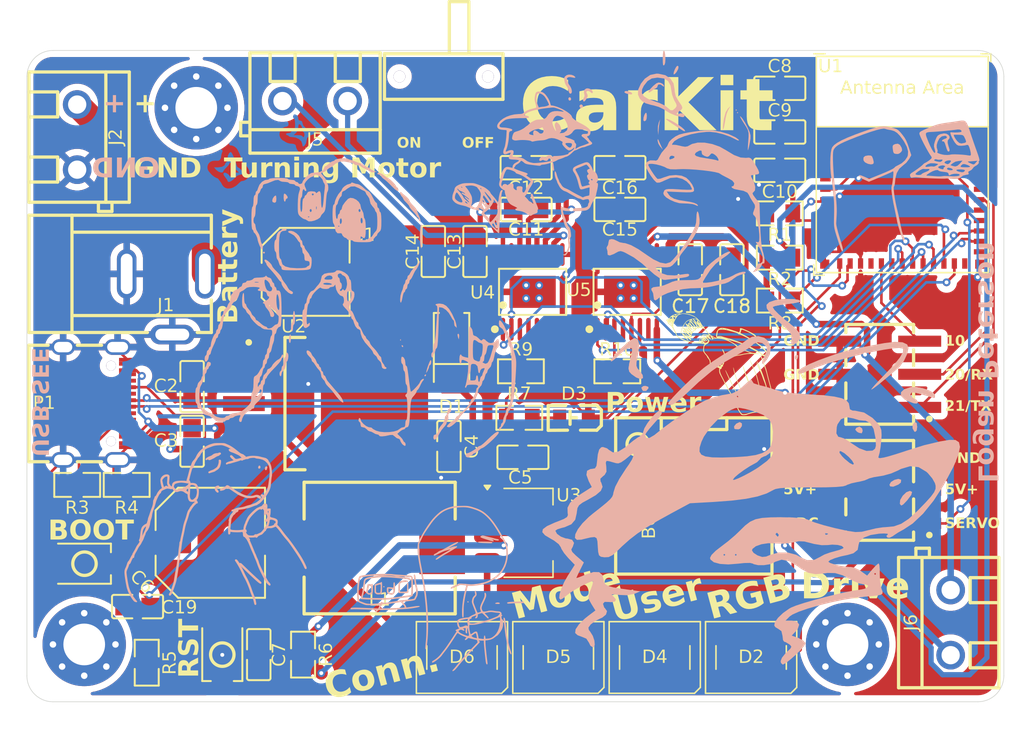
<source format=kicad_pcb>
(kicad_pcb (version 20241229) (generator "pcbnew") (generator_version "9.0")
  (layers (0 "F.Cu" signal) (2 "B.Cu" signal) (13 "F.Paste" user) (15 "B.Paste" user) (5 "F.SilkS" user "F.Silkscreen") (7 "B.SilkS" user "B.Silkscreen") (1 "F.Mask" user) (3 "B.Mask" user) (25 "Edge.Cuts" user))
  (net 0 "")
  (net 1 "GND")
  (net 2 "VCC_5V")
  (net 3 "LED_DATA")
  (net 4 "BUZZER_DATA")
  (net 5 "+BATT")
  (net 6 "ESP_3V3")
  (net 7 "GPIO 9")
  (net 8 "CHIP_PU")
  (net 9 "Net-(U4-CPH)")
  (net 10 "Net-(U4-CPL)")
  (net 11 "Net-(U4-VCP)")
  (net 12 "Net-(U5-CPH)")
  (net 13 "Net-(U5-CPL)")
  (net 14 "Net-(U5-VCP)")
  (net 15 "Net-(D1-K)")
  (net 16 "Net-(D3-A)")
  (net 17 "BLDC_PWM")
  (net 18 "SERVO_PWM")
  (net 19 "M1-")
  (net 20 "M1+")
  (net 21 "M2-")
  (net 22 "M2+")
  (net 23 "Net-(P1-VCONN)")
  (net 24 "D-")
  (net 25 "Net-(P1-CC)")
  (net 26 "D+")
  (net 27 "GPIO 8")
  (net 28 "Net-(U4-nSLEEP)")
  (net 29 "Net-(U5-nSLEEP)")
  (net 45 "M1_IN1")
  (net 47 "M1_IN2")
  (net 48 "M2_IN1")
  (net 51 "M2_IN2")
  (net 54 "GPIO 21")
  (net 55 "GPIO 10")
  (net 56 "GPIO 20")
  (net 57 "Net-(D2-DOUT)")
  (net 58 "Net-(D4-DOUT)")
  (net 59 "Net-(D5-DOUT)")
  (net 61 "REG_BATT+")
  (footprint "imported_components:C0805" (layer "F.Cu") (at 22.892894 56.892894 180)
    (property "Reference" "C6")
    (property "Value" "0.1uF")
  )
  (footprint "imported_components:IND-SMD_L11.6-W10.1" (layer "F.Cu") (at 41.48 52.4 180)
    (property "Reference" "L1")
    (property "Value" "CYA1040-33UH")
  )
  (footprint "imported_components:TO-263-5_L10.2-W8.9-P1.70-TL" (layer "F.Cu") (at 36.07 41.31)
    (property "Reference" "U2")
    (property "Value" "LM2596SX-5.0/NOPB" (hide yes))
  )
  (footprint "Package_TO_SOT_SMD:SOT-223-3_TabPin2" (layer "F.Cu") (at 52.88 51.23)
    (property "Reference" "U3")
    (property "Value" "AMS1117-3.3")
  )
  (footprint "imported_components:C0805" (layer "F.Cu") (at 46.8 44.6 -90)
    (property "Reference" "C4")
    (property "Value" "10uF")
  )
  (footprint "imported_components:SMA_L4.4-W2.8-LS5.4-R-RD" (layer "F.Cu") (at 47 37 90)
    (property "Reference" "D1")
    (property "Value" "SS54_C22452" (hide yes))
  )
  (footprint "imported_components:C0805" (layer "F.Cu") (at 27.08 40 90)
    (property "Reference" "C2")
    (property "Value" "10uF")
  )
  (footprint "LED_SMD:LED_SK6812_PLCC4_5.0x5.0mm_P3.2mm" (layer "F.Cu") (at 55.2 60.8 180)
    (property "Reference" "D5")
    (property "Value" "SK6812" (hide yes))
  )
  (footprint "imported_components:SW-SMD_L3.9-W3.0-P4.45" (layer "F.Cu") (at 29.4 60.58 90)
    (property "Reference" "SW2" (hide yes))
    (property "Value" "SW_Push" (hide yes))
  )
  (footprint "imported_components:C0805" (layer "F.Cu") (at 32.2 60.58 90)
    (property "Reference" "C7")
    (property "Value" "0.1uF")
  )
  (footprint "imported_components:BUZ-SMD_L12.0-W12.0_FUET-1230" (layer "F.Cu") (at 65.6 48.4 90)
    (property "Reference" "BUZZER1")
    (property "Value" "FST-1230")
  )
  (footprint "MountingHole:MountingHole_3.2mm_M3_Pad_Via" (layer "F.Cu") (at 77.4 59.8)
    (property "Reference" "H3" (hide yes))
    (property "Value" "MountingHole" (hide yes))
  )
  (footprint "imported_components:R0805" (layer "F.Cu") (at 18.26 47.55 180)
    (property "Reference" "R3")
    (property "Value" "5.1k")
  )
  (footprint "imported_components:C0805" (layer "F.Cu") (at 52.725 26.4 180)
    (property "Reference" "C11")
    (property "Value" "0.022uF")
  )
  (footprint "imported_components:C0805" (layer "F.Cu") (at 59.925 26.4 180)
    (property "Reference" "C15")
    (property "Value" "0.022uF")
  )
  (footprint "MountingHole:MountingHole_3.2mm_M3_Pad_Via" (layer "F.Cu") (at 18.8 59.8)
    (property "Reference" "H1" (hide yes))
    (property "Value" "MountingHole" (hide yes))
  )
  (footprint "imported_components:C0805" (layer "F.Cu") (at 72.2 20.455)
    (property "Reference" "C9")
    (property "Value" "0.1uF")
  )
  (footprint "imported_components:SW-SMD_L3.9-W3.0-P4.45" (layer "F.Cu") (at 18.82 53.6 180)
    (property "Reference" "SW1" (hide yes))
    (property "Value" "SW_Push" (hide yes))
  )
  (footprint "imported_components:C0805" (layer "F.Cu") (at 27.08 44.2 90)
    (property "Reference" "C3")
    (property "Value" "10uF")
  )
  (footprint "MountingHole:MountingHole_3.2mm_M3_Pad_Via" (layer "F.Cu") (at 27.4 18.6)
    (property "Reference" "H2" (hide yes))
    (property "Value" "MountingHole" (hide yes))
  )
  (footprint "imported_components:C0805" (layer "F.Cu") (at 59.925 23.2)
    (property "Reference" "C16")
    (property "Value" "0.1uF")
  )
  (footprint "imported_components:C0805" (layer "F.Cu") (at 72.2 17.105)
    (property "Reference" "C8")
    (property "Value" "10uF")
  )
  (footprint "imported_components:CAP-SMD_BD8.0-L8.3-W8.3-LS9.3-FD-1" (layer "F.Cu") (at 28.5 52)
    (property "Reference" "C19")
    (property "Value" "RVT1E331M0810" (hide yes))
  )
  (footprint "imported_components:R0805" (layer "F.Cu") (at 23.6 61.2 90)
    (property "Reference" "R5")
    (property "Value" "10k")
  )
  (footprint "LED_SMD:LED_SK6812_PLCC4_5.0x5.0mm_P3.2mm" (layer "F.Cu") (at 62.6 60.8 180)
    (property "Reference" "D4")
    (property "Value" "SK6812" (hide yes))
  )
  (footprint "imported_components:CONN-TH_P5.00_KF301-5.0-2P" (layer "F.Cu") (at 85.3175 58.1225 90)
    (property "Reference" "J6")
    (property "Value" "Conn_01x02_Pin")
  )
  (footprint "imported_components:HTSSOP-16_L5.0-W4.4-P0.65-LS6.4-BL-EP" (layer "F.Cu") (at 60.48 32.73)
    (property "Reference" "U5")
    (property "Value" "DRV8876PWPR" (hide yes))
  )
  (footprint "imported_components:C0805" (layer "F.Cu") (at 52.725 23.2 180)
    (property "Reference" "C12")
    (property "Value" "0.1uF")
  )
  (footprint "imported_components:C0805" (layer "F.Cu") (at 72.2 23.4 180)
    (property "Reference" "C10")
    (property "Value" "1uF")
  )
  (footprint "imported_components:R0805" (layer "F.Cu") (at 52.325 38.83)
    (property "Reference" "R9")
    (property "Value" "10k")
  )
  (footprint "imported_components:C0805" (layer "F.Cu") (at 52.48 45.43 180)
    (property "Reference" "C5")
    (property "Value" "10uF")
  )
  (footprint "imported_components:R0805" (layer "F.Cu") (at 22.06 47.55 180)
    (property "Reference" "R4")
    (property "Value" "5.1k")
  )
  (footprint "imported_components:C0805" (layer "F.Cu") (at 45.6 29.63 90)
    (property "Reference" "C14")
    (property "Value" "10uF")
  )
  (footprint "LED_SMD:LED_SK6812_PLCC4_5.0x5.0mm_P3.2mm" (layer "F.Cu") (at 70 60.8 180)
    (property "Reference" "D2")
    (property "Value" "SK6812" (hide yes))
  )
  (footprint "imported_components:C0805" (layer "F.Cu") (at 65.325 31.03 -90)
    (property "Reference" "C17")
    (property "Value" "0.1uF")
  )
  (footprint "imported_components:R0805" (layer "F.Cu") (at 35.6 60.58 -90)
    (property "Reference" "R6")
    (property "Value" "10k")
  )
  (footprint "imported_components:CONN-TH_P5.00_KF301-5.0-2P" (layer "F.Cu") (at 18.26 20.85 -90)
    (property "Reference" "J2")
    (property "Value" "Conn_01x02")
  )
  (footprint "imported_components:R0805" (layer "F.Cu") (at 72.2 30.105)
    (property "Reference" "R2")
    (property "Value" "10k")
  )
  (footprint "imported_components:HDR-SMD_6P-P2.54-V" (layer "F.Cu") (at 79.97 46.6 90)
    (property "Reference" "J3" (hide yes))
    (property "Value" "Conn_02x03_Odd_Even" (hide yes))
  )
  (footprint "imported_components:C0805" (layer "F.Cu") (at 68.525 31.03 -90)
    (property "Reference" "C18")
    (property "Value" "10uF")
  )
  (footprint "imported_components:R0805" (layer "F.Cu") (at 59.725 38.83)
    (property "Reference" "R10")
    (property "Value" "10k")
  )
  (footprint "imported_components:DC-IN-TH_DC-005-A200" (layer "F.Cu") (at 25.06 33.68)
    (property "Reference" "J1")
    (property "Value" "Barrel_Jack")
  )
  (footprint "imported_components:LED0805-RD" (layer "F.Cu") (at 56.4 42.4 180)
    (property "Reference" "D3")
    (property "Value" "LED" (hide yes))
  )
  (footprint "LOGO" (layer "F.Cu") (at 67.8 38.6 180)
    (property "Reference" "G***" (hide yes))
    (property "Value" "LOGO" (hide yes))
  )
  (footprint "imported_components:USB-C_SMD-TYPE-C-31-M-12" (layer "F.Cu") (at 19.6525 41.3 -90)
    (property "Reference" "P1")
    (property "Value" "USB_C_Plug")
  )
  (footprint "imported_components:C0805" (layer "F.Cu") (at 48.8 29.63 90)
    (property "Reference" "C13")
    (property "Value" "0.1uF")
  )
  (footprint "imported_components:R0805" (layer "F.Cu") (at 52.2 42.4)
    (property "Reference" "R7")
    (property "Value" "200")
  )
  (footprint "LED_SMD:LED_SK6812_PLCC4_5.0x5.0mm_P3.2mm" (layer "F.Cu") (at 47.8 60.8 180)
    (property "Reference" "D6")
    (property "Value" "SK6812" (hide yes))
  )
  (footprint "imported_components:HDR-SMD_6P-P2.54-V" (layer "F.Cu") (at 79.97 37.69 90)
    (property "Reference" "J4" (hide yes))
    (property "Value" "Conn_02x03_Odd_Even" (hide yes))
  )
  (footprint "imported_components:R0805" (layer "F.Cu") (at 72.2 33.4)
    (property "Reference" "R8")
    (property "Value" "10k")
  )
  (footprint "PCM_Espressif:ESP32-C3-MINI-1" (layer "F.Cu") (at 81.6 22.955)
    (property "Reference" "U1")
    (property "Value" "ESP32-C3-MINI-1" (hide yes))
  )
  (footprint "imported_components:R0805" (layer "F.Cu") (at 72.2 26.705)
    (property "Reference" "R1")
    (property "Value" "10k")
  )
  (footprint "imported_components:SW-SMD_MST-12D18G4-SPDT-SLIDE-SWITCH" (layer "F.Cu") (at 46.4 19.4 180)
    (property "Reference" "SW3" (hide yes))
    (property "Value" "SW_SPDT")
  )
  (footprint "imported_components:HTSSOP-16_L5.0-W4.4-P0.65-LS6.4-BL-EP" (layer "F.Cu") (at 53.225 32.73)
    (property "Reference" "U4")
    (property "Value" "DRV8876PWPR" (hide yes))
  )
  (footprint "imported_components:CAP-SMD_BD6.3-L6.6-W6.6-LS7.6-FD" (layer "F.Cu") (at 35.8 31.2)
    (property "Reference" "C1")
    (property "Value" "RVT1H470M0607" (hide yes))
  )
  (footprint "imported_components:CONN-TH_P5.00_KF301-5.0-2P" (layer "F.Cu") (at 36.5225 18.0825 180)
    (property "Reference" "J5")
    (property "Value" "Conn_01x02_Pin")
  )
  (footprint "LOGO" (layer "B.Cu") (at 45.9 55 180)
    (property "Reference" "G***" (hide yes))
    (property "Value" "LOGO" (hide yes))
  )
  (footprint "LOGO" (layer "B.Cu") (at 79.158665 26.747306 -160)
    (property "Reference" "G***" (hide yes))
    (property "Value" "LOGO" (hide yes))
  )
  (footprint "LOGO" (layer "B.Cu") (at 52.725 23.2 -90)
    (property "Reference" "G***" (hide yes))
    (property "Value" "LOGO" (hide yes))
  )
  (footprint "LOGO" (layer "B.Cu") (at 39.16 31.94 180)
    (property "Reference" "G***" (hide yes))
    (property "Value" "LOGO" (hide yes))
  )
  (footprint "LOGO" (layer "B.Cu") (at 69.487441 46.947026 180)
    (property "Reference" "G***" (hide yes))
    (property "Value" "LOGO" (hide yes))
  )
  (footprint "LOGO" (layer "B.Cu") (at 65.2 23.8 180)
    (property "Reference" "G***" (hide yes))
    (property "Value" "LOGO" (hide yes))
  )
  (footprint "LOGO" (layer "B.Cu") (at 28.8 50.6 180)
    (property "Reference" "G***" (hide yes))
    (property "Value" "LOGO" (hide yes))
  )
  (gr_arc (start 89.4 62.2) (mid 88.814214 63.614214) (end 87.4 64.2) (stroke (width 0.05)) (layer "Edge.Cuts"))
  (gr_line (start 89.4 16.2) (end 89.4 62.2) (stroke (width 0.05)) (layer "Edge.Cuts"))
  (gr_line (start 14.4 62.2) (end 14.4 16.2) (stroke (width 0.05)) (layer "Edge.Cuts"))
  (gr_arc (start 14.4 16.2) (mid 14.985786 14.785786) (end 16.4 14.2) (stroke (width 0.05)) (layer "Edge.Cuts"))
  (gr_line (start 16.4 14.2) (end 87.4 14.2) (stroke (width 0.05)) (layer "Edge.Cuts"))
  (gr_arc (start 87.4 14.2) (mid 88.814214 14.785786) (end 89.4 16.2) (stroke (width 0.05)) (layer "Edge.Cuts"))
  (gr_arc (start 16.4 64.2) (mid 14.985786 63.614214) (end 14.4 62.2) (stroke (width 0.05)) (layer "Edge.Cuts"))
  (gr_line (start 87.4 64.2) (end 16.4 64.2) (stroke (width 0.05)) (layer "Edge.Cuts"))
  (gr_text "GND" (at 84.87 46 0) (layer "F.SilkS") (effects (font (size 0.8 0.8) (thickness 0.1875) (bold yes)) (justify left bottom)))
  (gr_text "OFF" (at 47.8 21.8 0) (layer "F.SilkS") (effects (font (size 0.8 0.8) (thickness 0.2) (bold yes)) (justify left bottom)))
  (gr_text "Mode" (at 52 58.2 15) (layer "F.SilkS") (effects (font (size 2 2) (thickness 0.3) (bold yes)) (justify left bottom)))
  (gr_text "5V+" (at 84.87 48.4 0) (layer "F.SilkS") (effects (font (size 0.8 0.8) (thickness 0.1875) (bold yes)) (justify left bottom)))
  (gr_text "Turning Motor" (at 29.5225 24.2 0) (layer "F.SilkS") (effects (font (size 1.5 1.5) (thickness 0.3) (bold yes)) (justify left bottom)))
  (gr_text "20/RX" (at 84.87 39.6 0) (layer "F.SilkS") (effects (font (size 0.8 0.8) (thickness 0.1875) (bold yes)) (justify left bottom)))
  (gr_text "RST" (at 27.8 62.38 90) (layer "F.SilkS") (effects (font (size 1.5 1.5) (thickness 0.3) (bold yes)) (justify left bottom)))
  (gr_text "GND" (at 72.47 42.2 0) (layer "F.SilkS") (effects (font (size 0.8 0.8) (thickness 0.1875) (bold yes)) (justify left bottom)))
  (gr_text "GND" (at 72.47 37 0) (layer "F.SilkS") (effects (font (size 0.8 0.8) (thickness 0.1875) (bold yes)) (justify left bottom)))
  (gr_text "SERVO" (at 84.87 51 0) (layer "F.SilkS") (effects (font (size 0.8 0.8) (thickness 0.1875) (bold yes)) (justify left bottom)))
  (gr_text "21/TX" (at 84.87 42 0) (layer "F.SilkS") (effects (font (size 0.8 0.8) (thickness 0.1875) (bold yes)) (justify left bottom)))
  (gr_text "User" (at 59.6 58.4 15) (layer "F.SilkS") (effects (font (size 2 2) (thickness 0.3) (bold yes)) (justify left bottom)))
  (gr_text "GND" (at 72.47 39.6 0) (layer "F.SilkS") (effects (font (size 0.8 0.8) (thickness 0.1875) (bold yes)) (justify left bottom)))
  (gr_text "Battery" (at 30.8 35.2 90) (layer "F.SilkS") (effects (font (size 1.5 1.5) (thickness 0.3) (bold yes)) (justify left bottom)))
  (gr_text "CarKit" (at 52.2 21 0) (layer "F.SilkS") (effects (font (size 4 4) (thickness 0.3) (bold yes)) (justify left bottom)))
  (gr_text "Conn." (at 37.6 64.4 15) (layer "F.SilkS") (effects (font (size 2 2) (thickness 0.3) (bold yes)) (justify left bottom)))
  (gr_text "BOOT" (at 16.02 52 0) (layer "F.SilkS") (effects (font (size 1.5 1.5) (thickness 0.3) (bold yes)) (justify left bottom)))
  (gr_text "GND" (at 72.47 46 0) (layer "F.SilkS") (effects (font (size 0.8 0.8) (thickness 0.1875) (bold yes)) (justify left bottom)))
  (gr_text "+" (at 22.6 19.2 0) (layer "F.SilkS") (effects (font (size 1.5 1.5) (thickness 0.3) (bold yes)) (justify left bottom)))
  (gr_text "GND" (at 22.6 24.2 0) (layer "F.SilkS") (effects (font (size 1.5 1.5) (thickness 0.3) (bold yes)) (justify left bottom)))
  (gr_text "RGB" (at 67 58.2 15) (layer "F.SilkS") (effects (font (size 2 2) (thickness 0.3) (bold yes)) (justify left bottom)))
  (gr_text "Power" (at 58.8 42.2 0) (layer "F.SilkS") (effects (font (size 1.5 1.5) (thickness 0.3) (bold yes)) (justify left bottom)))
  (gr_text "Drive" (at 73.8 56.6 0) (layer "F.SilkS") (effects (font (size 2 2) (thickness 0.3) (bold yes)) (justify left bottom)))
  (gr_text "5V+" (at 72.47 48.4 0) (layer "F.SilkS") (effects (font (size 0.8 0.8) (thickness 0.1875) (bold yes)) (justify left bottom)))
  (gr_text "10" (at 84.87 37 0) (layer "F.SilkS") (effects (font (size 0.8 0.8) (thickness 0.1875) (bold yes)) (justify left bottom)))
  (gr_text "BLDC" (at 71.87 51 0) (layer "F.SilkS") (effects (font (size 0.8 0.8) (thickness 0.1875) (bold yes)) (justify left bottom)))
  (gr_text "ON" (at 42.8 21.8 0) (layer "F.SilkS") (effects (font (size 0.8 0.8) (thickness 0.2) (bold yes)) (justify left bottom)))
  (gr_text "Logan Peterson" (at 87.2 47.4 270) (layer "B.SilkS") (effects (font (size 1.5 1.5) (thickness 0.3) (bold yes)) (justify left bottom mirror)))
  (gr_text "+" (at 22 19.2 -0) (layer "B.SilkS") (effects (font (size 1.5 1.5) (thickness 0.3) (bold yes)) (justify left bottom mirror)))
  (gr_text "USB-SEE" (at 14.6 45.4 270) (layer "B.SilkS") (effects (font (size 1.25 1.25) (thickness 0.3) (bold yes)) (justify left bottom mirror)))
  (gr_text "GND" (at 24.6 24.2 -0) (layer "B.SilkS") (effects (font (size 1.5 1.5) (thickness 0.3) (bold yes)) (justify left bottom mirror)))
  (segment (start 79.625 23.68) (end 83.575 23.68) (width 0.2) (layer "F.Cu") (net 1))
  (segment (start 16 48) (end 16.8 48.8) (width 0.2) (layer "F.Cu") (net 1))
  (segment (start 21.06 47.55) (end 21.06 45.9325) (width 0.2) (layer "F.Cu") (net 1))
  (segment (start 70.6 24) (end 71.2 23.4) (width 0.5) (layer "F.Cu") (net 1))
  (segment (start 21.3625 36.97) (end 21.3625 37.19) (width 0.2) (layer "F.Cu") (net 1))
  (segment (start 49.73 47.18) (end 51.48 45.43) (width 0.2) (layer "F.Cu") (net 1))
  (segment (start 36 39.8) (end 39.25 39.8) (width 0.5) (layer "F.Cu") (net 1))
  (segment (start 79.625 27.63) (end 83.575 27.63) (width 0.2) (layer "F.Cu") (net 1))
  (segment (start 62.76 29.86) (end 68.355 29.86) (width 0.4) (layer "F.Cu") (net 1))
  (segment (start 21.3625 45.63) (end 21.3625 45.41) (width 0.2) (layer "F.Cu") (net 1))
  (segment (start 30.75 41) (end 31.06 41.31) (width 0.2) (layer "F.Cu") (net 1))
  (segment (start 59.006 42.4) (end 61.8 39.606) (width 0.2) (layer "F.Cu") (net 1))
  (segment (start 78.1 29.655) (end 75.7 29.655) (width 0.2) (layer "F.Cu") (net 1))
  (segment (start 75.65 22.405) (end 75.7 22.455) (width 0.2) (layer "F.Cu") (net 1))
  (segment (start 76.8 25.4) (end 78.201 23.999) (width 0.2) (layer "F.Cu") (net 1))
  (segment (start 78.4 30.555) (end 78.4 29.955) (width 0.2) (layer "F.Cu") (net 1))
  (segment (start 55.505 29.86) (end 58.85 29.86) (width 0.4) (layer "F.Cu") (net 1))
  (segment (start 21.3625 37.19) (end 22.1225 37.95) (width 0.2) (layer "F.Cu") (net 1))
  (segment (start 39.25 39.8) (end 41.08 41.63) (width 0.5) (layer "F.Cu") (net 1))
  (segment (start 22.1225 44.35) (end 22.85 44.35) (width 0.2) (layer "F.Cu") (net 1))
  (segment (start 16 46.8125) (end 16 48) (width 0.2) (layer "F.Cu") (net 1))
  (segment (start 16.8 48.8) (end 18.01 48.8) (width 0.2) (layer "F.Cu") (net 1))
  (segment (start 75.65 30.605) (end 75.65 29.705) (width 0.2) (layer "F.Cu") (net 1))
  (segment (start 50.175 30.63) (end 45.6 30.63) (width 0.4) (layer "F.Cu") (net 1))
  (segment (start 49.73 48.93) (end 49.73 47.18) (width 0.2) (layer "F.Cu") (net 1))
  (segment (start 17.1825 45.63) (end 16 46.8125) (width 0.2) (layer "F.Cu") (net 1))
  (segment (start 75.65 20.705) (end 87.55 20.705) (width 0.2) (layer "F.Cu") (net 1))
  (segment (start 61.46 36.66) (end 61.46 35.6) (width 0.2) (layer "F.Cu") (net 1))
  (segment (start 18.01 48.8) (end 19.26 47.55) (width 0.2) (layer "F.Cu") (net 1))
  (segment (start 22.85 44.35) (end 24 43.2) (width 0.2) (layer "F.Cu") (net 1))
  (segment (start 46.2 47) (end 46.2 46.2) (width 0.2) (layer "F.Cu") (net 1))
  (segment (start 75.65 20.705) (end 75.65 22.405) (width 0.2) (layer "F.Cu") (net 1))
  (segment (start 83.575 25.655) (end 79.625 25.655) (width 0.2) (layer "F.Cu") (net 1))
  (segment (start 87.4 31.6) (end 87.4 30.755) (width 0.2) (layer "F.Cu") (net 1))
  (segment (start 21.3625 45.41) (end 22.1225 44.65) (width 0.2) (layer "F.Cu") (net 1))
  (segment (start 79.625 23.68) (end 79.625 27.63) (width 0.2) (layer "F.Cu") (net 1))
  (segment (start 57.5 42.4) (end 54.205 39.105) (width 0.2) (layer "F.Cu") (net 1))
  (segment (start 75.65 29.705) (end 75.7 29.655) (width 0.2) (layer "F.Cu") (net 1))
  (segment (start 70.6 24.505) (end 70.6 24) (width 0.5) (layer "F.Cu") (net 1))
  (segment (start 83.575 23.68) (end 83.575 27.63) (width 0.2) (layer "F.Cu") (net 1))
  (segment (start 46.2 46.2) (end 46.8 45.6) (width 0.2) (layer "F.Cu") (net 1))
  (segment (start 81.6 23.68) (end 81.6 27.63) (width 0.2) (layer "F.Cu") (net 1))
  (segment (start 51.595 29.86) (end 50.945 29.86) (width 0.4) (layer "F.Cu") (net 1))
  (segment (start 78.201 23.999) (end 78.249528 23.999) (width 0.2) (layer "F.Cu") (net 1))
  (segment (start 21.06 47.55) (end 19.26 47.55) (width 0.2) (layer "F.Cu") (net 1))
  (segment (start 21.06 45.9325) (end 21.3625 45.63) (width 0.2) (layer "F.Cu") (net 1))
  (segment (start 54.205 39.105) (end 54.205 35.6) (width 0.2) (layer "F.Cu") (net 1))
  (segment (start 57.5 42.4) (end 59.006 42.4) (width 0.2) (layer "F.Cu") (net 1))
  (segment (start 61.8 37) (end 61.46 36.66) (width 0.2) (layer "F.Cu") (net 1))
  (segment (start 87.4 30.755) (end 87.55 30.605) (width 0.2) (layer "F.Cu") (net 1))
  (segment (start 68.355 29.86) (end 68.525 30.03) (width 0.4) (layer "F.Cu") (net 1))
  (segment (start 40.76 41.31) (end 41.08 41.63) (width 0.2) (layer "F.Cu") (net 1))
  (segment (start 24 43.2) (end 27.08 43.2) (width 0.2) (layer "F.Cu") (net 1))
  (segment (start 17.1825 36.97) (end 21.3625 36.97) (width 0.2) (layer "F.Cu") (net 1))
  (segment (start 50.945 29.86) (end 50.175 30.63) (width 0.4) (layer "F.Cu") (net 1))
  (segment (start 78.4 29.955) (end 78.1 29.655) (width 0.2) (layer "F.Cu") (net 1))
  (segment (start 61.8 39.606) (end 61.8 37) (width 0.2) (layer "F.Cu") (net 1))
  (via (at 70.6 24.505) (size 0.6) (drill 0.3) (layers "F.Cu" "B.Cu") (net 1))
  (via (at 29.4 60.6) (size 0.6) (drill 0.3) (layers "F.Cu" "B.Cu") (net 1))
  (via (at 69 25.6) (size 0.6) (drill 0.3) (layers "F.Cu" "B.Cu") (net 1))
  (via (at 87.4 31.6) (size 0.6) (drill 0.3) (layers "F.Cu" "B.Cu") (net 1))
  (via (at 36 39.8) (size 0.6) (drill 0.3) (layers "F.Cu" "B.Cu") (net 1))
  (via (at 76.8 25.4) (size 0.6) (drill 0.3) (layers "F.Cu" "B.Cu") (net 1))
  (via (at 78.249528 23.999) (size 0.6) (drill 0.3) (layers "F.Cu" "B.Cu") (net 1))
  (via (at 46.2 47) (size 0.6) (drill 0.3) (layers "F.Cu" "B.Cu") (net 1))
  (via (at 71 44.8) (size 0.6) (drill 0.3) (layers "F.Cu" "B.Cu") (net 1))
  (segment (start 85.449943 25.4) (end 76.8 25.4) (width 0.2) (layer "B.Cu") (net 1))
  (segment (start 87.4 27.350057) (end 85.449943 25.4) (width 0.2) (layer "B.Cu") (net 1))
  (segment (start 87.4 31.6) (end 87.4 27.350057) (width 0.2) (layer "B.Cu") (net 1))
  (segment (start 26.940232 48.101) (end 26.899 48.101) (width 0.5) (layer "F.Cu") (net 2))
  (segment (start 47.6 43.6) (end 46.8 43.6) (width 0.5) (layer "F.Cu") (net 2))
  (segment (start 28.99 43.01) (end 28.8 43.2) (width 0.5) (layer "F.Cu") (net 2))
  (segment (start 66.35 58) (end 67.55 59.2) (width 0.5) (layer "F.Cu") (net 2))
  (segment (start 67.55 59.2) (end 68.501 60.151) (width 0.5) (layer "F.Cu") (net 2))
  (segment (start 36.68 46.53) (end 36.68 52.4) (width 0.5) (layer "F.Cu") (net 2))
  (segment (start 29.009 45.991) (end 28.607 46.393) (width 0.5) (layer "F.Cu") (net 2))
  (segment (start 61.35 58) (end 66.35 58) (width 0.5) (layer "F.Cu") (net 2))
  (segment (start 23.22539 39.188122) (end 22.787268 38.75) (width 0.2) (layer "F.Cu") (net 2))
  (segment (start 78.901 48.241) (end 78.63 47.97) (width 0.5) (layer "F.Cu") (net 2))
  (segment (start 23.706485 42.868015) (end 23.706485 42.676694) (width 0.2) (layer "F.Cu") (net 2))
  (segment (start 28.607 46.393) (end 28.607 46.434232) (width 0.5) (layer "F.Cu") (net 2))
  (segment (start 22.1225 43.55) (end 23.0245 43.55) (width 0.2) (layer "F.Cu") (net 2))
  (segment (start 47.926 43.926) (end 47.6 43.6) (width 0.5) (layer "F.Cu") (net 2))
  (segment (start 44.733 49.949) (end 47.926 46.756) (width 0.5) (layer "F.Cu") (net 2))
  (segment (start 73.651 60.151) (end 73.651 57.77374) (width 0.5) (layer "F.Cu") (net 2))
  (segment (start 78.63 47.97) (end 76.8 47.97) (width 0.5) (layer "F.Cu") (net 2))
  (segment (start 22.787268 38.75) (end 22.1225 38.75) (width 0.2) (layer "F.Cu") (net 2))
  (segment (start 29.009 43.684) (end 29.009 45.991) (width 0.5) (layer "F.Cu") (net 2))
  (segment (start 36.68 52.4) (end 39.131 49.949) (width 0.5) (layer "F.Cu") (net 2))
  (segment (start 26.68 44.8) (end 27.08 45.2) (width 0.5) (layer "F.Cu") (net 2))
  (segment (start 26.899 48.101) (end 25 50) (width 0.5) (layer "F.Cu") (net 2))
  (segment (start 58.95 58) (end 60.15 59.2) (width 0.5) (layer "F.Cu") (net 2))
  (segment (start 49.73 53.53) (end 49.73 56.18) (width 0.5) (layer "F.Cu") (net 2))
  (segment (start 31.06 43.01) (end 28.99 43.01) (width 0.5) (layer "F.Cu") (net 2))
  (segment (start 36.68 52.4) (end 43.48 59.2) (width 0.5) (layer "F.Cu") (net 2))
  (segment (start 47.926 46.756) (end 47.926 43.926) (width 0.5) (layer "F.Cu") (net 2))
  (segment (start 60.15 59.2) (end 61.35 58) (width 0.5) (layer "F.Cu") (net 2))
  (segment (start 43.48 59.2) (end 45.35 59.2) (width 0.5) (layer "F.Cu") (net 2))
  (segment (start 49.4 53.2) (end 49.2 53.2) (width 0.2) (layer "F.Cu") (net 2))
  (segment (start 45.35 59.2) (end 46.301 58.249) (width 0.5) (layer "F.Cu") (net 2))
  (segment (start 68.501 60.151) (end 73.651 60.151) (width 0.5) (layer "F.Cu") (net 2))
  (segment (start 73.651 57.77374) (end 78.901 52.52374) (width 0.5) (layer "F.Cu") (net 2))
  (segment (start 39.131 49.949) (end 44.733 49.949) (width 0.5) (layer "F.Cu") (net 2))
  (segment (start 53.95 58) (end 58.95 58) (width 0.5) (layer "F.Cu") (net 2))
  (segment (start 25 50) (end 25 52) (width 0.5) (layer "F.Cu") (net 2))
  (segment (start 49.73 56.18) (end 52.75 59.2) (width 0.5) (layer "F.Cu") (net 2))
  (segment (start 25.4 44.8) (end 26.68 44.8) (width 0.5) (layer "F.Cu") (net 2))
  (segment (start 52.75 59.2) (end 53.95 58) (width 0.5) (layer "F.Cu") (net 2))
  (segment (start 51.799 58.249) (end 52.75 59.2) (width 0.5) (layer "F.Cu") (net 2))
  (segment (start 46.301 58.249) (end 51.799 58.249) (width 0.5) (layer "F.Cu") (net 2))
  (segment (start 31.06 43.01) (end 33.16 43.01) (width 0.5) (layer "F.Cu") (net 2))
  (segment (start 29.683 43.01) (end 29.009 43.684) (width 0.5) (layer "F.Cu") (net 2))
  (segment (start 78.901 52.52374) (end 78.901 48.241) (width 0.5) (layer "F.Cu") (net 2))
  (segment (start 33.16 43.01) (end 36.68 46.53) (width 0.5) (layer "F.Cu") (net 2))
  (segment (start 23.0245 43.55) (end 23.706485 42.868015) (width 0.2) (layer "F.Cu") (net 2))
  (segment (start 76.8 47.97) (end 82.94 47.97) (width 0.5) (layer "F.Cu") (net 2))
  (segment (start 31.06 43.01) (end 29.683 43.01) (width 0.5) (layer "F.Cu") (net 2))
  (segment (start 28.607 46.434232) (end 26.940232 48.101) (width 0.5) (layer "F.Cu") (net 2))
  (via (at 28.8 43.2) (size 0.6) (drill 0.3) (layers "F.Cu" "B.Cu") (net 2))
  (via (at 23.22539 39.188122) (size 0.6) (drill 0.3) (layers "F.Cu" "B.Cu") (net 2))
  (via (at 23.706485 42.676694) (size 0.6) (drill 0.3) (layers "F.Cu" "B.Cu") (net 2))
  (via (at 25.4 44.8) (size 0.6) (drill 0.3) (layers "F.Cu" "B.Cu") (net 2))
  (segment (start 22.999 41.973943) (end 22.999 39.414512) (width 0.2) (layer "B.Cu") (net 2))
  (segment (start 24.229791 43.2) (end 23.706485 42.676694) (width 0.5) (layer "B.Cu") (net 2))
  (segment (start 28.8 43.2) (end 25.6 43.2) (width 0.5) (layer "B.Cu") (net 2))
  (segment (start 25.6 43.2) (end 25.6 44.6) (width 0.5) (layer "B.Cu") (net 2))
  (segment (start 23.701751 42.676694) (end 22.999 41.973943) (width 0.2) (layer "B.Cu") (net 2))
  (segment (start 25.6 43.2) (end 24.229791 43.2) (width 0.5) (layer "B.Cu") (net 2))
  (segment (start 25.6 44.6) (end 25.4 44.8) (width 0.5) (layer "B.Cu") (net 2))
  (segment (start 23.706485 42.676694) (end 23.701751 42.676694) (width 0.2) (layer "B.Cu") (net 2))
  (segment (start 22.999 39.414512) (end 23.22539 39.188122) (width 0.2) (layer "B.Cu") (net 2))
  (segment (start 73.2 40.225056) (end 73.2 35.2) (width 0.2) (layer "F.Cu") (net 3))
  (segment (start 73.2 35.2) (end 76.8 31.6) (width 0.2) (layer "F.Cu") (net 3))
  (segment (start 73.201 40.226056) (end 73.2 40.225056) (width 0.2) (layer "F.Cu") (net 3))
  (segment (start 73.2 57.445508) (end 73.2 40.724942) (width 0.2) (layer "F.Cu") (net 3))
  (segment (start 72.45 58.195508) (end 73.2 57.445508) (width 0.2) (layer "F.Cu") (net 3))
  (segment (start 73.2 40.724942) (end 73.201 40.723942) (width 0.2) (layer "F.Cu") (net 3))
  (segment (start 73.201 40.723942) (end 73.201 40.226056) (width 0.2) (layer "F.Cu") (net 3))
  (segment (start 72.45 59.2) (end 72.45 58.195508) (width 0.2) (layer "F.Cu") (net 3))
  (segment (start 76.8 31.6) (end 76.8 30.555) (width 0.2) (layer "F.Cu") (net 3))
  (segment (start 77.4 30.755) (end 77.6 30.555) (width 0.2) (layer "F.Cu") (net 4))
  (segment (start 76.988925 32.259604) (end 77.4 31.848529) (width 0.2) (layer "F.Cu") (net 4))
  (segment (start 72.2 36.4) (end 72.2 32.6) (width 0.2) (layer "F.Cu") (net 4))
  (segment (start 72.2 32.6) (end 73.704 31.096) (width 0.2) (layer "F.Cu") (net 4))
  (segment (start 74.498008 31.096) (end 74.6 30.99401) (width 0.2) (layer "F.Cu") (net 4))
  (segment (start 73.704 31.096) (end 74.498008 31.096) (width 0.2) (layer "F.Cu") (net 4))
  (segment (start 77.4 31.848529) (end 77.4 30.755) (width 0.2) (layer "F.Cu") (net 4))
  (segment (start 60.2 48.4) (end 72.2 36.4) (width 0.2) (layer "F.Cu") (net 4))
  (via (at 74.6 30.99401) (size 0.6) (drill 0.3) (layers "F.Cu" "B.Cu") (net 4))
  (via (at 76.988925 32.259604) (size 0.6) (drill 0.3) (layers "F.Cu" "B.Cu") (net 4))
  (segment (start 76.751134 32.259604) (end 76.745765 32.254235) (width 0.2) (layer "B.Cu") (net 4))
  (segment (start 76.988925 32.259604) (end 76.751134 32.259604) (width 0.2) (layer "B.Cu") (net 4))
  (segment (start 74.452235 31.141775) (end 74.6 30.99401) (width 0.2) (layer "B.Cu") (net 4))
  (segment (start 76.745765 32.254235) (end 74.804292 32.254235) (width 0.2) (layer "B.Cu") (net 4))
  (segment (start 74.452235 31.902178) (end 74.452235 31.141775) (width 0.2) (layer "B.Cu") (net 4))
  (segment (start 74.804292 32.254235) (end 74.452235 31.902178) (width 0.2) (layer "B.Cu") (net 4))
  (segment (start 42.1 21.2) (end 43.9 19.4) (width 2) (layer "F.Cu") (net 5))
  (segment (start 28.301998 31.35) (end 38.451998 21.2) (width 2) (layer "F.Cu") (net 5))
  (segment (start 28.06 28.15) (end 18.26 18.35) (width 2) (layer "F.Cu") (net 5))
  (segment (start 38.451998 21.2) (end 42.1 21.2) (width 2) (layer "F.Cu") (net 5))
  (segment (start 28.06 31.35) (end 28.301998 31.35) (width 1) (layer "F.Cu") (net 5))
  (segment (start 28.06 31.35) (end 28.06 28.15) (width 2) (layer "F.Cu") (net 5))
  (segment (start 36.78 58.4) (end 35.6 59.58) (width 0.5) (layer "F.Cu") (net 6))
  (segment (start 73.2 20.737) (end 72.032 21.905) (width 0.5) (layer "F.Cu") (net 6))
  (segment (start 68.8 33.6) (end 69 33.4) (width 0.2) (layer "F.Cu") (net 6))
  (segment (start 53.48 45.43) (end 56.5431 45.43) (width 0.2) (layer "F.Cu") (net 6))
  (segment (start 71.2 30.105) (end 71.2 33.4) (width 0.5) (layer "F.Cu") (net 6))
  (segment (start 71.2 27.505) (end 71.2 30.105) (width 0.5) (layer "F.Cu") (net 6))
  (segment (start 60.81 34.525) (end 60.81 35.6) (width 0.2) (layer "F.Cu") (net 6))
  (segment (start 49.73 51.23) (end 56.03 51.23) (width 0.5) (layer "F.Cu") (net 6))
  (segment (start 56.03 51.23) (end 56.03 51.03) (width 0.5) (layer "F.Cu") (net 6))
  (segment (start 74.405 22.86) (end 74.8 23.255) (width 0.5) (layer "F.Cu") (net 6))
  (segment (start 74.405 21.66) (end 74.405 22.86) (width 0.5) (layer "F.Cu") (net 6))
  (segment (start 69 33.4) (end 71.2 33.4) (width 0.2) (layer "F.Cu") (net 6))
  (segment (start 49.73 51.23) (end 50.03 51.23) (width 0.5) (layer "F.Cu") (net 6))
  (segment (start 53.48 44.68) (end 51.2 42.4) (width 0.2) (layer "F.Cu") (net 6))
  (segment (start 60.911 34.424) (end 60.81 34.525) (width 0.2) (layer "F.Cu") (net 6))
  (segment (start 53.555 35.6) (end 53.555 38.6) (width 0.2) (layer "F.Cu") (net 6))
  (segment (start 74.8 23.255) (end 75.7 23.255) (width 0.5) (layer "F.Cu") (net 6))
  (segment (start 33.504 57.484) (end 35.6 59.58) (width 0.2) (layer "F.Cu") (net 6))
  (segment (start 68.3731 33.6) (end 68.8 33.6) (width 0.2) (layer "F.Cu") (net 6))
  (segment (start 62.576 34.424) (end 60.911 34.424) (width 0.2) (layer "F.Cu") (net 6))
  (segment (start 23.6 62.2) (end 28.316 57.484) (width 0.2) (layer "F.Cu") (net 6))
  (segment (start 53.48 48.48) (end 53.48 45.43) (width 0.5) (layer "F.Cu") (net 6))
  (segment (start 69.8 25.305) (end 71.2 26.705) (width 0.5) (layer "F.Cu") (net 6))
  (segment (start 73.2 20.455) (end 73.2 17.105) (width 0.5) (layer "F.Cu") (net 6))
  (segment (start 73.2 20.455) (end 73.2 20.737) (width 0.5) (layer "F.Cu") (net 6))
  (segment (start 60.81 35.6) (end 60.81 38.745) (width 0.2) (layer "F.Cu") (net 6))
  (segment (start 56.03 51.03) (end 53.48 48.48) (width 0.5) (layer "F.Cu") (net 6))
  (segment (start 63.4 33.6) (end 62.576 34.424) (width 0.2) (layer "F.Cu") (net 6))
  (segment (start 51.2 42.4) (end 51.2 40.955) (width 0.2) (layer "F.Cu") (net 6))
  (segment (start 53.48 45.43) (end 53.48 44.68) (width 0.2) (layer "F.Cu") (net 6))
  (segment (start 50.03 51.23) (end 51 52.2) (width 0.5) (layer "F.Cu") (net 6))
  (segment (start 72.032 21.905) (end 70.6 21.905) (width 0.5) (layer "F.Cu") (net 6))
  (segment (start 53.555 38.6) (end 53.325 38.83) (width 0.2) (layer "F.Cu") (net 6))
  (segment (start 56.5431 45.43) (end 68.3731 33.6) (width 0.2) (layer "F.Cu") (net 6))
  (segment (start 51.2 40.955) (end 53.325 38.83) (width 0.2) (layer "F.Cu") (net 6))
  (segment (start 70.6 21.905) (end 69.8 22.705) (width 0.5) (layer "F.Cu") (net 6))
  (segment (start 73.2 20.455) (end 74.405 21.66) (width 0.5) (layer "F.Cu") (net 6))
  (segment (start 69.8 22.705) (end 69.8 25.305) (width 0.5) (layer "F.Cu") (net 6))
  (segment (start 60.81 38.745) (end 60.725 38.83) (width 0.2) (layer "F.Cu") (net 6))
  (segment (start 28.316 57.484) (end 33.504 57.484) (width 0.2) (layer "F.Cu") (net 6))
  (segment (start 71.2 26.705) (end 71.2 27.505) (width 0.5) (layer "F.Cu") (net 6))
  (segment (start 68.3731 33.6) (end 63.4 33.6) (width 0.2) (layer "F.Cu") (net 6))
  (via (at 36.78 58.4) (size 0.6) (drill 0.3) (layers "F.Cu" "B.Cu") (net 6))
  (via (at 51 52.2) (size 0.6) (drill 0.3) (layers "F.Cu" "B.Cu") (net 6))
  (segment (start 36.78 58.4) (end 36.8 58.4) (width 0.5) (layer "B.Cu") (net 6))
  (segment (start 36.8 58.4) (end 43 52.2) (width 0.5) (layer "B.Cu") (net 6))
  (segment (start 43 52.2) (end 51 52.2) (width 0.5) (layer "B.Cu") (net 6))
  (segment (start 23.6 57.6) (end 23.6 56.2) (width 0.2) (layer "F.Cu") (net 7))
  (segment (start 23.6 57.6) (end 23.6 60.2) (width 0.2) (layer "F.Cu") (net 7))
  (segment (start 23.6 56.2) (end 23.8 56) (width 0.2) (layer "F.Cu") (net 7))
  (segment (start 85.6 31.4) (end 85.6 30.555) (width 0.2) (layer "F.Cu") (net 7))
  (segment (start 23.6 56.2) (end 21 53.6) (width 0.2) (layer "F.Cu") (net 7))
  (segment (start 85 32) (end 85.6 31.4) (width 0.2) (layer "F.Cu") (net 7))
  (via (at 23.8 56) (size 0.6) (drill 0.3) (layers "F.Cu" "B.Cu") (net 7))
  (via (at 85 32) (size 0.6) (drill 0.3) (layers "F.Cu" "B.Cu") (net 7))
  (segment (start 37.873999 41.926001) (end 73.514298 41.926001) (width 0.2) (layer "B.Cu") (net 7))
  (segment (start 23.8 56) (end 37.873999 41.926001) (width 0.2) (layer "B.Cu") (net 7))
  (segment (start 73.514298 41.926001) (end 83.440299 32) (width 0.2) (layer "B.Cu") (net 7))
  (segment (start 83.440299 32) (end 85 32) (width 0.2) (layer "B.Cu") (net 7))
  (segment (start 75.7 27.255) (end 73.75 27.255) (width 0.2) (layer "F.Cu") (net 8))
  (segment (start 73.2 29.8) (end 72.2 28.8) (width 0.4) (layer "F.Cu") (net 8))
  (segment (start 35.6 61.58) (end 36.58 61.58) (width 1) (layer "F.Cu") (net 8))
  (segment (start 36.58 61.58) (end 37 62) (width 1) (layer "F.Cu") (net 8))
  (segment (start 73.75 27.255) (end 73.2 26.705) (width 0.2) (layer "F.Cu") (net 8))
  (segment (start 30.58 61.58) (end 29.4 62.76) (width 1) (layer "F.Cu") (net 8))
  (segment (start 35.6 61.58) (end 30.58 61.58) (width 1) (layer "F.Cu") (net 8))
  (segment (start 73.2 30.105) (end 73.2 23.4) (width 0.4) (layer "F.Cu") (net 8))
  (segment (start 73.2 30.105) (end 73.2 29.8) (width 0.4) (layer "F.Cu") (net 8))
  (via (at 72.2 28.8) (size 0.6) (drill 0.3) (layers "F.Cu" "B.Cu") (net 8))
  (via (at 37 62) (size 0.6) (drill 0.3) (layers "F.Cu" "B.Cu") (net 8))
  (segment (start 83.8165 61.244235) (end 84.695765 62.1235) (width 0.4) (layer "B.Cu") (net 8))
  (segment (start 74.530347 55.051) (end 78.825346 55.051) (width 0.4) (layer "B.Cu") (net 8))
  (segment (start 84.695765 62.1235) (end 86.7755 62.1235) (width 0.4) (layer "B.Cu") (net 8))
  (segment (start 86.7755 62.1235) (end 88.101 60.798) (width 0.4) (layer "B.Cu") (net 8))
  (segment (start 37 62) (end 44 55) (width 0.4) (layer "B.Cu") (net 8))
  (segment (start 74.479347 55) (end 74.530347 55.051) (width 0.4) (layer "B.Cu") (net 8))
  (segment (start 88.101 60.798) (end 88.101 26.501) (width 0.4) (layer "B.Cu") (net 8))
  (segment (start 74.709636 24.699) (end 72.2 27.208636) (width 0.4) (layer "B.Cu") (net 8))
  (segment (start 44 55) (end 74.479347 55) (width 0.4) (layer "B.Cu") (net 8))
  (segment (start 88.101 26.501) (end 86.299 24.699) (width 0.4) (layer "B.Cu") (net 8))
  (segment (start 83.8165 60.042154) (end 83.8165 61.244235) (width 0.4) (layer "B.Cu") (net 8))
  (segment (start 72.2 27.208636) (end 72.2 28.8) (width 0.4) (layer "B.Cu") (net 8))
  (segment (start 86.299 24.699) (end 74.709636 24.699) (width 0.4) (layer "B.Cu") (net 8))
  (segment (start 78.825346 55.051) (end 83.8165 60.042154) (width 0.4) (layer "B.Cu") (net 8))
  (segment (start 52.905 27.22) (end 52.905 29.86) (width 0.4) (layer "F.Cu") (net 9))
  (segment (start 53.725 26.4) (end 52.905 27.22) (width 0.4) (layer "F.Cu") (net 9))
  (segment (start 51.725 26.4) (end 52.245 26.92) (width 0.4) (layer "F.Cu") (net 10))
  (segment (start 52.245 26.92) (end 52.245 29.86) (width 0.4) (layer "F.Cu") (net 10))
  (segment (start 55.2 25.6) (end 55.2 26.9) (width 0.4) (layer "F.Cu") (net 11))
  (segment (start 53.555 28.545) (end 53.555 29.86) (width 0.4) (layer "F.Cu") (net 11))
  (segment (start 55.2 26.9) (end 53.555 28.545) (width 0.4) (layer "F.Cu") (net 11))
  (segment (start 53.725 25.2) (end 54.8 25.2) (width 0.4) (layer "F.Cu") (net 11))
  (segment (start 54.8 25.2) (end 55.2 25.6) (width 0.4) (layer "F.Cu") (net 11))
  (segment (start 51.725 23.2) (end 53.725 25.2) (width 0.4) (layer "F.Cu") (net 11))
  (segment (start 60.16 27.165) (end 60.16 29.86) (width 0.4) (layer "F.Cu") (net 12))
  (segment (start 60.925 26.4) (end 60.16 27.165) (width 0.4) (layer "F.Cu") (net 12))
  (segment (start 58.925 26.4) (end 59.5 26.975) (width 0.4) (layer "F.Cu") (net 13))
  (segment (start 59.5 26.975) (end 59.5 29.86) (width 0.4) (layer "F.Cu") (net 13))
  (segment (start 60.81 28.585) (end 60.81 29.86) (width 0.4) (layer "F.Cu") (net 14))
  (segment (start 60.925 23.2) (end 62.031 24.306) (width 0.4) (layer "F.Cu") (net 14))
  (segment (start 62.031 24.306) (end 62.031 27.364) (width 0.4) (layer "F.Cu") (net 14))
  (segment (start 62.031 27.364) (end 60.81 28.585) (width 0.4) (layer "F.Cu") (net 14))
  (segment (start 48.627 41.127) (end 47 39.5) (width 0.5) (layer "F.Cu") (net 15))
  (segment (start 38.588876 35.339) (end 34.317876 39.61) (width 0.5) (layer "F.Cu") (net 15))
  (segment (start 47 39.5) (end 47 36.977876) (width 0.5) (layer "F.Cu") (net 15))
  (segment (start 45.361124 35.339) (end 38.588876 35.339) (width 0.5) (layer "F.Cu") (net 15))
  (segment (start 48.627 47.046364) (end 48.627 41.127) (width 0.5) (layer "F.Cu") (net 15))
  (segment (start 46.28 52.4) (end 46.28 49.393364) (width 0.5) (layer "F.Cu") (net 15))
  (segment (start 46.28 49.393364) (end 48.627 47.046364) (width 0.5) (layer "F.Cu") (net 15))
  (segment (start 34.317876 39.61) (end 31.06 39.61) (width 0.5) (layer "F.Cu") (net 15))
  (segment (start 47 36.977876) (end 45.361124 35.339) (width 0.5) (layer "F.Cu") (net 15))
  (segment (start 53.2 42.4) (end 55.3 42.4) (width 0.2) (layer "F.Cu") (net 16))
  (segment (start 75 33.9671) (end 75.142835 33.824265) (width 0.2) (layer "F.Cu") (net 17))
  (segment (start 73.601 35.801) (end 73.601 35.3661) (width 0.2) (layer "F.Cu") (net 17))
  (segment (start 73.601 47.311) (end 73.601 35.801) (width 0.2) (layer "F.Cu") (net 17))
  (segment (start 75.142835 33.824265) (end 75.424265 33.824265) (width 0.2) (layer "F.Cu") (net 17))
  (segment (start 75.555 25.8) (end 75.7 25.655) (width 0.2) (layer "F.Cu") (net 17))
  (segment (start 73.601 35.3661) (end 75 33.9671) (width 0.2) (layer "F.Cu") (net 17))
  (segment (start 74.6 25.8) (end 75.555 25.8) (width 0.2) (layer "F.Cu") (net 17))
  (segment (start 76.8 50.51) (end 73.601 47.311) (width 0.2) (layer "F.Cu") (net 17))
  (via (at 75.424265 33.824265) (size 0.6) (drill 0.3) (layers "F.Cu" "B.Cu") (net 17))
  (via (at 74.6 25.8) (size 0.6) (drill 0.3) (layers "F.Cu" "B.Cu") (net 17))
  (segment (start 74 26.4) (end 74.6 25.8) (width 0.2) (layer "B.Cu") (net 17))
  (segment (start 74 32.4) (end 74 26.4) (width 0.2) (layer "B.Cu") (net 17))
  (segment (start 75.424265 33.824265) (end 74 32.4) (width 0.2) (layer "B.Cu") (net 17))
  (segment (start 75.7 24.855) (end 76.545 24.855) (width 0.2) (layer "F.Cu") (net 18))
  (segment (start 84.9575 50.51) (end 82.94 50.51) (width 0.2) (layer "F.Cu") (net 18))
  (segment (start 79.2 22.2) (end 84.147 22.2) (width 0.2) (layer "F.Cu") (net 18))
  (segment (start 86.0675 49.4) (end 84.9575 50.51) (width 0.2) (layer "F.Cu") (net 18))
  (segment (start 86.6 24.653) (end 86.6 27.4) (width 0.2) (layer "F.Cu") (net 18))
  (segment (start 84.147 22.2) (end 86.6 24.653) (width 0.2) (layer "F.Cu") (net 18))
  (segment (start 76.545 24.855) (end 79.2 22.2) (width 0.2) (layer "F.Cu") (net 18))
  (via (at 86.0675 49.4) (size 0.6) (drill 0.3) (layers "F.Cu" "B.Cu") (net 18))
  (via (at 86.6 27.4) (size 0.6) (drill 0.3) (layers "F.Cu" "B.Cu") (net 18))
  (segment (start 86.751521 27.551521) (end 86.751521 48.715979) (width 0.2) (layer "B.Cu") (net 18))
  (segment (start 86.6 27.4) (end 86.751521 27.551521) (width 0.2) (layer "B.Cu") (net 18))
  (segment (start 86.751521 48.715979) (end 86.0675 49.4) (width 0.2) (layer "B.Cu") (net 18))
  (segment (start 54.855 29.86) (end 54.855 28.997484) (width 0.4) (layer "F.Cu") (net 19))
  (segment (start 54.855 28.997484) (end 55.452484 28.4) (width 0.4) (layer "F.Cu") (net 19))
  (segment (start 55.452484 28.4) (end 55.6 28.4) (width 0.4) (layer "F.Cu") (net 19))
  (via (at 55.6 28.4) (size 0.6) (drill 0.3) (layers "F.Cu" "B.Cu") (net 19))
  (segment (start 55.6 28.4) (end 45.129526 28.4) (width 0.4) (layer "B.Cu") (net 19))
  (segment (start 45.129526 28.4) (end 34.812026 18.0825) (width 0.4) (layer "B.Cu") (net 19))
  (segment (start 34.812026 18.0825) (end 34.0225 18.0825) (width 0.4) (layer "B.Cu") (net 19))
  (segment (start 55.505 35.6) (end 55.505 31.695) (width 0.4) (layer "F.Cu") (net 20))
  (segment (start 55.505 31.695) (end 55.8 31.4) (width 0.4) (layer "F.Cu") (net 20))
  (via (at 55.8 31.4) (size 0.6) (drill 0.3) (layers "F.Cu" "B.Cu") (net 20))
  (segment (start 56.301 30.899) (end 56.301 28.109636) (width 0.4) (layer "B.Cu") (net 20))
  (segment (start 55.8 31.4) (end 56.301 30.899) (width 0.4) (layer "B.Cu") (net 20))
  (segment (start 55.791364 27.6) (end 45.179468 27.6) (width 0.4) (layer "B.Cu") (net 20))
  (segment (start 45.179468 27.6) (end 39.0225 21.443032) (width 0.4) (layer "B.Cu") (net 20))
  (segment (start 56.301 28.109636) (end 55.791364 27.6) (width 0.4) (layer "B.Cu") (net 20))
  (segment (start 39.0225 21.443032) (end 39.0225 18.0825) (width 0.4) (layer "B.Cu") (net 20))
  (segment (start 78.901 35.644) (end 78.462173 35.205173) (width 0.5) (layer "F.Cu") (net 21))
  (segment (start 62.11 29.86) (end 62.11 28.997484) (width 0.4) (layer "F.Cu") (net 21))
  (segment (start 78.901 37.387828) (end 78.901 35.644) (width 0.5) (layer "F.Cu") (net 21))
  (segment (start 62.11 28.997484) (end 62.620751 28.486733) (width 0.4) (layer "F.Cu") (net 21))
  (segment (start 78.744414 37.544414) (end 78.901 37.387828) (width 0.5) (layer "F.Cu") (net 21))
  (segment (start 62.620751 28.486733) (end 62.808163 28.486733) (width 0.4) (layer "F.Cu") (net 21))
  (segment (start 78.462173 35.205173) (end 75 35.205173) (width 0.5) (layer "F.Cu") (net 21))
  (via (at 78.744414 37.544414) (size 0.6) (drill 0.3) (layers "F.Cu" "B.Cu") (net 21))
  (via (at 75 35.205173) (size 0.6) (drill 0.3) (layers "F.Cu" "B.Cu") (net 21))
  (via (at 62.808163 28.486733) (size 0.6) (drill 0.3) (layers "F.Cu" "B.Cu") (net 21))
  (segment (start 68.28156 28.486733) (end 62.808163 28.486733) (width 0.5) (layer "B.Cu") (net 21))
  (segment (start 85.3175 44.1175) (end 78.744414 37.544414) (width 0.5) (layer "B.Cu") (net 21))
  (segment (start 75 35.205173) (end 68.28156 28.486733) (width 0.5) (layer "B.Cu") (net 21))
  (segment (start 85.3175 55.6225) (end 85.3175 44.1175) (width 0.5) (layer "B.Cu") (net 21))
  (segment (start 62.76 37.96) (end 62.8 38) (width 0.5) (layer "F.Cu") (net 22))
  (segment (start 62.76 35.6) (end 62.76 37.96) (width 0.5) (layer "F.Cu") (net 22))
  (segment (start 72.6 52.2) (end 72.6 40.474999) (width 0.5) (layer "F.Cu") (net 22))
  (via (at 62.8 38) (size 0.6) (drill 0.3) (layers "F.Cu" "B.Cu") (net 22))
  (via (at 72.6 52.2) (size 0.6) (drill 0.3) (layers "F.Cu" "B.Cu") (net 22))
  (via (at 72.6 40.474999) (size 0.6) (drill 0.3) (layers "F.Cu" "B.Cu") (net 22))
  (segment (start 79.095 54.4) (end 85.3175 60.6225) (width 0.5) (layer "B.Cu") (net 22))
  (segment (start 74.8 54.4) (end 79.095 54.4) (width 0.5) (layer "B.Cu") (net 22))
  (segment (start 72.6 52.2) (end 74.8 54.4) (width 0.5) (layer "B.Cu") (net 22))
  (segment (start 65.274999 40.474999) (end 72.6 40.474999) (width 0.5) (layer "B.Cu") (net 22))
  (segment (start 62.8 38) (end 65.274999 40.474999) (width 0.5) (layer "B.Cu") (net 22))
  (segment (start 22.1225 43.05) (end 20.985781 43.05) (width 0.2) (layer "F.Cu") (net 23))
  (segment (start 18.4 46.41) (end 17.26 47.55) (width 0.2) (layer "F.Cu") (net 23))
  (segment (start 18.4 45.635781) (end 18.4 46.41) (width 0.2) (layer "F.Cu") (net 23))
  (segment (start 20.985781 43.05) (end 18.4 45.635781) (width 0.2) (layer "F.Cu") (net 23))
  (segment (start 86.899999 28.855) (end 87.5 28.855) (width 0.2) (layer "F.Cu") (net 24))
  (segment (start 86.724999 28.68) (end 86.899999 28.855) (width 0.2) (layer "F.Cu") (net 24))
  (segment (start 23.400001 41.525001) (end 22.147499 41.525001) (width 0.2) (layer "F.Cu") (net 24))
  (segment (start 22.147499 41.525001) (end 22.1225 41.55) (width 0.2) (layer "F.Cu") (net 24))
  (segment (start 86.193199 28.68) (end 86.724999 28.68) (width 0.2) (layer "F.Cu") (net 24))
  (segment (start 86.150521 28.722678) (end 86.193199 28.68) (width 0.2) (layer "F.Cu") (net 24))
  (segment (start 86.150521 29.005521) (end 86.150521 28.722678) (width 0.2) (layer "F.Cu") (net 24))
  (segment (start 23.6 41.725) (end 23.400001 41.525001) (width 0.2) (layer "F.Cu") (net 24))
  (via (at 86.150521 29.005521) (size 0.6) (drill 0.3) (layers "F.Cu" "B.Cu") (net 24))
  (via (at 23.6 41.725) (size 0.6) (drill 0.3) (layers "F.Cu" "B.Cu") (net 24))
  (segment (start 73.348198 41.525001) (end 85.867678 29.005521) (width 0.2) (layer "B.Cu") (net 24))
  (segment (start 23.799999 41.525001) (end 73.348198 41.525001) (width 0.2) (layer "B.Cu") (net 24))
  (segment (start 23.6 41.725) (end 23.799999 41.525001) (width 0.2) (layer "B.Cu") (net 24))
  (segment (start 85.867678 29.005521) (end 86.150521 29.005521) (width 0.2) (layer "B.Cu") (net 24))
  (segment (start 26.712 47.55) (end 28.056 46.206) (width 0.2) (layer "F.Cu") (net 25))
  (segment (start 28.056 46.206) (end 28.056 42.194) (width 0.2) (layer "F.Cu") (net 25))
  (segment (start 23.06 47.55) (end 26.712 47.55) (width 0.2) (layer "F.Cu") (net 25))
  (segment (start 23.624943 40.05) (end 22.1225 40.05) (width 0.2) (layer "F.Cu") (net 25))
  (segment (start 28.056 42.194) (end 25.768943 42.194) (width 0.2) (layer "F.Cu") (net 25))
  (segment (start 25.768943 42.194) (end 23.624943 40.05) (width 0.2) (layer "F.Cu") (net 25))
  (segment (start 86.724999 28.23) (end 86.899999 28.055) (width 0.2) (layer "F.Cu") (net 26))
  (segment (start 85.832322 28.404479) (end 86.006801 28.23) (width 0.2) (layer "F.Cu") (net 26))
  (segment (start 86.006801 28.23) (end 86.724999 28.23) (width 0.2) (layer "F.Cu") (net 26))
  (segment (start 22.147499 41.074999) (end 23.400001 41.074999) (width 0.2) (layer "F.Cu") (net 26))
  (segment (start 86.899999 28.055) (end 87.5 28.055) (width 0.2) (layer "F.Cu") (net 26))
  (segment (start 22.1225 41.05) (end 22.147499 41.074999) (width 0.2) (layer "F.Cu") (net 26))
  (segment (start 85.549479 28.404479) (end 85.832322 28.404479) (width 0.2) (layer "F.Cu") (net 26))
  (segment (start 23.400001 41.074999) (end 23.6 40.875) (width 0.2) (layer "F.Cu") (net 26))
  (via (at 85.549479 28.404479) (size 0.6) (drill 0.3) (layers "F.Cu" "B.Cu") (net 26))
  (via (at 23.6 40.875) (size 0.6) (drill 0.3) (layers "F.Cu" "B.Cu") (net 26))
  (segment (start 23.799999 41.074999) (end 73.161802 41.074999) (width 0.2) (layer "B.Cu") (net 26))
  (segment (start 73.161802 41.074999) (end 85.549479 28.687322) (width 0.2) (layer "B.Cu") (net 26))
  (segment (start 85.549479 28.687322) (end 85.549479 28.404479) (width 0.2) (layer "B.Cu") (net 26))
  (segment (start 23.6 40.875) (end 23.799999 41.074999) (width 0.2) (layer "B.Cu") (net 26))
  (segment (start 84.905208 27.930222) (end 84.905208 28.094792) (width 0.2) (layer "F.Cu") (net 27))
  (segment (start 84.905208 28.094792) (end 84.8 28.2) (width 0.2) (layer "F.Cu") (net 27))
  (segment (start 73.2 33.4) (end 74.946765 31.653235) (width 0.2) (layer "F.Cu") (net 27))
  (segment (start 84.8 28.2) (end 84.8 30.555) (width 0.2) (layer "F.Cu") (net 27))
  (segment (start 74.946765 31.653235) (end 75.053235 31.653235) (width 0.2) (layer "F.Cu") (net 27))
  (via (at 75.053235 31.653235) (size 0.6) (drill 0.3) (layers "F.Cu" "B.Cu") (net 27))
  (via (at 84.905208 27.930222) (size 0.6) (drill 0.3) (layers "F.Cu" "B.Cu") (net 27))
  (segment (start 79.10647 27.6) (end 75.053235 31.653235) (width 0.2) (layer "B.Cu") (net 27))
  (segment (start 84.574986 27.6) (end 79.10647 27.6) (width 0.2) (layer "B.Cu") (net 27))
  (segment (start 84.905208 27.930222) (end 84.574986 27.6) (width 0.2) (layer "B.Cu") (net 27))
  (segment (start 52.245 37.91) (end 51.325 38.83) (width 0.2) (layer "F.Cu") (net 28))
  (segment (start 52.245 35.6) (end 52.245 37.91) (width 0.2) (layer "F.Cu") (net 28))
  (segment (start 59.5 35.6) (end 59.5 38.055) (width 0.2) (layer "F.Cu") (net 29))
  (segment (start 59.5 38.055) (end 58.725 38.83) (width 0.2) (layer "F.Cu") (net 29))
  (segment (start 51 35.655) (end 50.945 35.6) (width 0.2) (layer "F.Cu") (net 45))
  (segment (start 81.6 29.734902) (end 81.285784 29.420686) (width 0.2) (layer "F.Cu") (net 45))
  (segment (start 51 36.8) (end 51 35.655) (width 0.2) (layer "F.Cu") (net 45))
  (segment (start 81.6 30.555) (end 81.6 29.734902) (width 0.2) (layer "F.Cu") (net 45))
  (via (at 81.285784 29.420686) (size 0.6) (drill 0.3) (layers "F.Cu" "B.Cu") (net 45))
  (via (at 51 36.8) (size 0.6) (drill 0.3) (layers "F.Cu" "B.Cu") (net 45))
  (segment (start 75.2228 36.398) (end 61.77836 36.398) (width 0.2) (layer "B.Cu") (net 45))
  (segment (start 61.77836 36.398) (end 59.239359 33.858999) (width 0.2) (layer "B.Cu") (net 45))
  (segment (start 59.239359 33.858999) (end 53.941001 33.858999) (width 0.2) (layer "B.Cu") (net 45))
  (segment (start 81.285784 30.335016) (end 75.2228 36.398) (width 0.2) (layer "B.Cu") (net 45))
  (segment (start 53.941001 33.858999) (end 51 36.8) (width 0.2) (layer "B.Cu") (net 45))
  (segment (start 81.285784 29.420686) (end 81.285784 30.335016) (width 0.2) (layer "B.Cu") (net 45))
  (segment (start 51.6 34.460002) (end 51.6 35.595) (width 0.2) (layer "F.Cu") (net 47))
  (segment (start 82.4 29.403529) (end 81.851471 28.855) (width 0.2) (layer "F.Cu") (net 47))
  (segment (start 82.4 30.555) (end 82.4 29.403529) (width 0.2) (layer "F.Cu") (net 47))
  (segment (start 51.6 35.595) (end 51.595 35.6) (width 0.2) (layer "F.Cu") (net 47))
  (via (at 51.6 34.460002) (size 0.6) (drill 0.3) (layers "F.Cu" "B.Cu") (net 47))
  (via (at 81.851471 28.855) (size 0.6) (drill 0.3) (layers "F.Cu" "B.Cu") (net 47))
  (segment (start 56.425943 31.624) (end 56.048943 32.001) (width 0.2) (layer "B.Cu") (net 47))
  (segment (start 81.534727 28.819686) (end 81.036841 28.819686) (width 0.2) (layer "B.Cu") (net 47))
  (segment (start 81.851471 28.855) (end 81.570041 28.855) (width 0.2) (layer "B.Cu") (net 47))
  (segment (start 80.684784 29.171743) (end 80.684784 30.368916) (width 0.2) (layer "B.Cu") (net 47))
  (segment (start 55.199 31.648943) (end 55.199 31.624) (width 0.2) (layer "B.Cu") (net 47))
  (segment (start 61.586 31.978986) (end 61.231014 31.624) (width 0.2) (layer "B.Cu") (net 47))
  (segment (start 52.473986 31.624) (end 51.6 32.497986) (width 0.2) (layer "B.Cu") (net 47))
  (segment (start 56.048943 32.001) (end 55.551057 32.001) (width 0.2) (layer "B.Cu") (net 47))
  (segment (start 80.684784 30.368916) (end 75.0567 35.997) (width 0.2) (layer "B.Cu") (net 47))
  (segment (start 55.199 31.624) (end 52.473986 31.624) (width 0.2) (layer "B.Cu") (net 47))
  (segment (start 61.231014 31.624) (end 56.425943 31.624) (width 0.2) (layer "B.Cu") (net 47))
  (segment (start 61.586 33.518786) (end 61.586 31.978986) (width 0.2) (layer "B.Cu") (net 47))
  (segment (start 81.570041 28.855) (end 81.534727 28.819686) (width 0.2) (layer "B.Cu") (net 47))
  (segment (start 81.036841 28.819686) (end 80.684784 29.171743) (width 0.2) (layer "B.Cu") (net 47))
  (segment (start 55.551057 32.001) (end 55.199 31.648943) (width 0.2) (layer "B.Cu") (net 47))
  (segment (start 51.6 32.497986) (end 51.6 34.460002) (width 0.2) (layer "B.Cu") (net 47))
  (segment (start 64.064214 35.997) (end 61.586 33.518786) (width 0.2) (layer "B.Cu") (net 47))
  (segment (start 75.0567 35.997) (end 64.064214 35.997) (width 0.2) (layer "B.Cu") (net 47))
  (segment (start 58.2 36.8) (end 58.2 35.6) (width 0.2) (layer "F.Cu") (net 48))
  (segment (start 83.2 30.555) (end 83.2 29.786374) (width 0.2) (layer "F.Cu") (net 48))
  (segment (start 58.6 37.2) (end 58.2 36.8) (width 0.2) (layer "F.Cu") (net 48))
  (segment (start 83.2 29.786374) (end 83.084313 29.670687) (width 0.2) (layer "F.Cu") (net 48))
  (via (at 83.084313 29.670687) (size 0.6) (drill 0.3) (layers "F.Cu" "B.Cu") (net 48))
  (via (at 58.6 37.2) (size 0.6) (drill 0.3) (layers "F.Cu" "B.Cu") (net 48))
  (segment (start 75.555 37.2) (end 58.6 37.2) (width 0.2) (layer "B.Cu") (net 48))
  (segment (start 83.084313 29.670687) (end 75.555 37.2) (width 0.2) (layer "B.Cu") (net 48))
  (segment (start 58.990416 34.459999) (end 58.990416 35.459584) (width 0.2) (layer "F.Cu") (net 51))
  (segment (start 84 29.455) (end 83.65 29.105) (width 0.2) (layer "F.Cu") (net 51))
  (segment (start 58.990416 35.459584) (end 58.85 35.6) (width 0.2) (layer "F.Cu") (net 51))
  (segment (start 84 30.555) (end 84 29.455) (width 0.2) (layer "F.Cu") (net 51))
  (via (at 58.990416 34.459999) (size 0.6) (drill 0.3) (layers "F.Cu" "B.Cu") (net 51))
  (via (at 83.65 29.105) (size 0.6) (drill 0.3) (layers "F.Cu" "B.Cu") (net 51))
  (segment (start 75.3889 36.799) (end 82.483313 29.704587) (width 0.2) (layer "B.Cu") (net 51))
  (segment (start 59.2 34.4) (end 61.599 36.799) (width 0.2) (layer "B.Cu") (net 51))
  (segment (start 82.483313 29.704587) (end 82.483313 29.421744) (width 0.2) (layer "B.Cu") (net 51))
  (segment (start 82.483313 29.421744) (end 82.83537 29.069687) (width 0.2) (layer "B.Cu") (net 51))
  (segment (start 82.83537 29.069687) (end 83.333256 29.069687) (width 0.2) (layer "B.Cu") (net 51))
  (segment (start 58.990416 34.459999) (end 59.140001 34.459999) (width 0.2) (layer "B.Cu") (net 51))
  (segment (start 83.368569 29.105) (end 83.65 29.105) (width 0.2) (layer "B.Cu") (net 51))
  (segment (start 83.333256 29.069687) (end 83.368569 29.105) (width 0.2) (layer "B.Cu") (net 51))
  (segment (start 59.140001 34.459999) (end 59.2 34.4) (width 0.2) (layer "B.Cu") (net 51))
  (segment (start 61.599 36.799) (end 75.3889 36.799) (width 0.2) (layer "B.Cu") (net 51))
  (segment (start 88.602 25.555) (end 88.602 35.938) (width 0.2) (layer "F.Cu") (net 54))
  (segment (start 87.5 24.855) (end 87.902 24.855) (width 0.2) (layer "F.Cu") (net 54))
  (segment (start 87.902 24.855) (end 88.602 25.555) (width 0.2) (layer "F.Cu") (net 54))
  (segment (start 88.602 35.938) (end 82.94 41.6) (width 0.2) (layer "F.Cu") (net 54))
  (segment (start 80 33.58) (end 80 30.555) (width 0.2) (layer "F.Cu") (net 55))
  (segment (start 82.94 36.52) (end 80 33.58) (width 0.2) (layer "F.Cu") (net 55))
  (segment (start 87.902 25.655) (end 87.5 25.655) (width 0.2) (layer "F.Cu") (net 56))
  (segment (start 84.74 39.06) (end 88.201 35.599) (width 0.2) (layer "F.Cu") (net 56))
  (segment (start 82.94 39.06) (end 84.74 39.06) (width 0.2) (layer "F.Cu") (net 56))
  (segment (start 88.201 25.954) (end 87.902 25.655) (width 0.2) (layer "F.Cu") (net 56))
  (segment (start 88.201 35.599) (end 88.201 25.954) (width 0.2) (layer "F.Cu") (net 56))
  (segment (start 65.05 59.2) (end 65.05 59.9) (width 0.2) (layer "F.Cu") (net 57))
  (segment (start 65.05 59.9) (end 67.55 62.4) (width 0.2) (layer "F.Cu") (net 57))
  (segment (start 57.65 59.9) (end 60.15 62.4) (width 0.2) (layer "F.Cu") (net 58))
  (segment (start 57.65 59.2) (end 57.65 59.9) (width 0.2) (layer "F.Cu") (net 58))
  (segment (start 50.25 59.2) (end 50.25 59.9) (width 0.2) (layer "F.Cu") (net 59))
  (segment (start 50.25 59.9) (end 52.75 62.4) (width 0.2) (layer "F.Cu") (net 59))
  (segment (start 55.801 25.276) (end 53.725 23.2) (width 0.4) (layer "F.Cu") (net 61))
  (segment (start 62.031 22.124) (end 60.001 22.124) (width 0.4) (layer "F.Cu") (net 61))
  (segment (start 48.8 28.63) (end 45.6 28.63) (width 2) (layer "F.Cu") (net 61))
  (segment (start 49.2 27.824) (end 48.8 28.224) (width 0.4) (layer "F.Cu") (net 61))
  (segment (start 61.46 29.86) (end 61.46 28.784942) (width 0.4) (layer "F.Cu") (net 61))
  (segment (start 68.194574 27.517574) (end 69.601 28.924) (width 0.4) (layer "F.Cu") (net 61))
  (segment (start 62.632 22.725) (end 62.031 22.124) (width 0.4) (layer "F.Cu") (net 61))
  (segment (start 33.13 31.2) (end 33.13 35.84) (width 2) (layer "F.Cu") (net 61))
  (segment (start 28.17 37.91) (end 31.06 37.91) (width 0.2) (layer "F.Cu") (net 61))
  (segment (start 54.205 28.744942) (end 55.801 27.148942) (width 0.4) (layer "F.Cu") (net 61))
  (segment (start 55.801 27.148942) (end 55.801 26.8) (width 0.4) (layer "F.Cu") (net 61))
  (segment (start 27.08 39) (end 28.17 37.91) (width 0.2) (layer "F.Cu") (net 61))
  (segment (start 31.06 37.91) (end 33.13 35.84) (width 1.5) (layer "F.Cu") (net 61))
  (segment (start 61.46 28.783528) (end 62.725954 27.517574) (width 0.4) (layer "F.Cu") (net 61))
  (segment (start 54.205 29.86) (end 54.205 28.744942) (width 0.4) (layer "F.Cu") (net 61))
  (segment (start 46.4 26.23) (end 48.8 28.63) (width 2) (layer "F.Cu") (net 61))
  (segment (start 69.601 28.924) (end 69.601 30.954) (width 0.4) (layer "F.Cu") (net 61))
  (segment (start 35.7 28.63) (end 33.13 31.2) (width 2) (layer "F.Cu") (net 61))
  (segment (start 62.632 27.612942) (end 62.632 22.725) (width 0.4) (layer "F.Cu") (net 61))
  (segment (start 55.801 26.8) (end 55.801 26.799) (width 0.4) (layer "F.Cu") (net 61))
  (segment (start 58.925 23.2) (end 53.725 23.2) (width 0.4) (layer "F.Cu") (net 61))
  (segment (start 68.525 32.03) (end 65.325 32.03) (width 0.4) (layer "F.Cu") (net 61))
  (segment (start 55.801 26.8) (end 55.801 25.276) (width 0.4) (layer "F.Cu") (net 61))
  (segment (start 55.801 26.799) (end 56.2 26.4) (width 0.4) (layer "F.Cu") (net 61))
  (segment (start 45.6 28.63) (end 35.7 28.63) (width 2) (layer "F.Cu") (net 61))
  (segment (start 60.001 22.124) (end 58.925 23.2) (width 0.4) (layer "F.Cu") (net 61))
  (segment (start 49.2 26.6) (end 49.2 27.824) (width 0.4) (layer "F.Cu") (net 61))
  (segment (start 61.46 29.86) (end 61.46 28.783528) (width 0.4) (layer "F.Cu") (net 61))
  (segment (start 61.46 28.784942) (end 62.632 27.612942) (width 0.4) (layer "F.Cu") (net 61))
  (segment (start 69.601 30.954) (end 68.525 32.03) (width 0.4) (layer "F.Cu") (net 61))
  (segment (start 46.4 19.4) (end 46.4 26.23) (width 2) (layer "F.Cu") (net 61))
  (segment (start 62.725954 27.517574) (end 68.194574 27.517574) (width 0.4) (layer "F.Cu") (net 61))
  (via (at 49.2 26.6) (size 0.6) (drill 0.3) (layers "F.Cu" "B.Cu") (net 61))
  (via (at 56.2 26.4) (size 0.6) (drill 0.3) (layers "F.Cu" "B.Cu") (net 61))
  (segment (start 56.2 26.4) (end 56 26.6) (width 0.4) (layer "B.Cu") (net 61))
  (segment (start 56 26.6) (end 49.2 26.6) (width 0.4) (layer "B.Cu") (net 61))
  (zone (net 1) (net_name "GND") (layers "F.Cu" "B.Cu") (connect_pads (clearance 0.5)) (min_thickness 0.25) (fill yes (thermal_gap 0.5) (thermal_bridge_width 0.5))
    (polygon (pts (xy 14.4 14.2) (xy 89.4 14.2) (xy 89.4 64.2) (xy 14.4 64.2)))
  )
)
</source>
